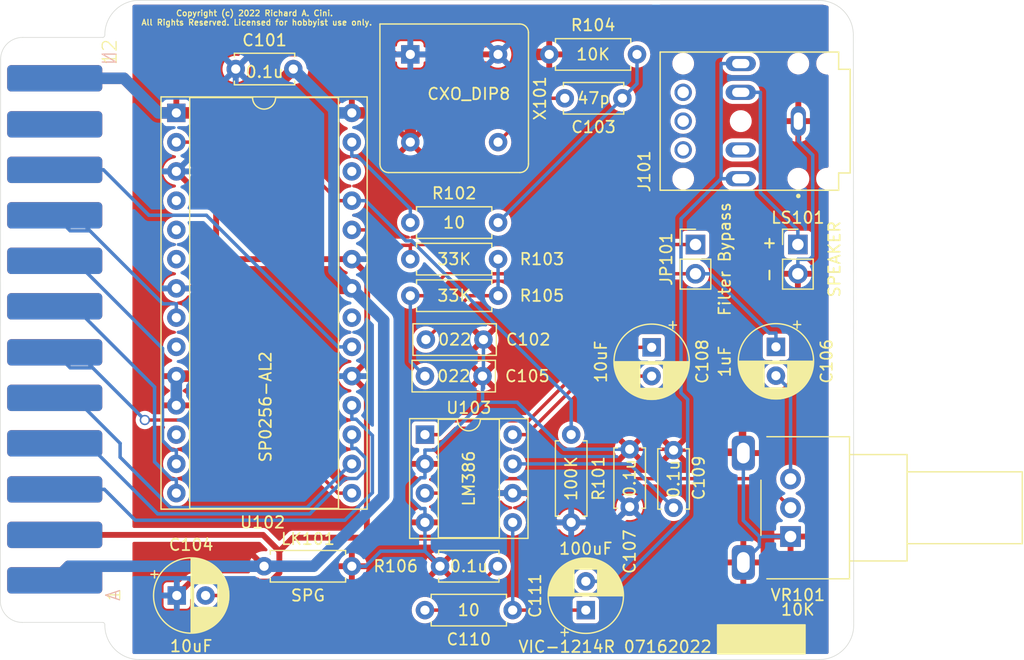
<source format=kicad_pcb>
(kicad_pcb (version 20211014) (generator pcbnew)
  (layers (0 "F.Cu" signal) (31 "B.Cu" signal) (34 "B.Paste" user) (35 "F.Paste" user) (36 "B.SilkS" user "B.Silkscreen") (37 "F.SilkS" user "F.Silkscreen") (38 "B.Mask" user) (39 "F.Mask" user) (44 "Edge.Cuts" user))
  (net 0 "")
  (net 1 "Net-(C102-Pad1)")
  (net 2 "GNDA")
  (net 3 "Net-(C103-Pad1)")
  (net 4 "Net-(C103-Pad2)")
  (net 5 "Net-(C105-Pad1)")
  (net 6 "Net-(C106-Pad2)")
  (net 7 "Net-(C108-Pad1)")
  (net 8 "Net-(C108-Pad2)")
  (net 9 "Net-(C109-Pad1)")
  (net 10 "Net-(C110-Pad1)")
  (net 11 "Net-(C111-Pad1)")
  (net 12 "Net-(C111-Pad2)")
  (net 13 "Net-(JP101-Pad1)")
  (net 14 "Net-(R101-Pad1)")
  (net 15 "Net-(R102-Pad2)")
  (net 24 "GND")
  (net 27 "PB0")
  (net 28 "PB1")
  (net 29 "PB2")
  (net 30 "PB3")
  (net 31 "PB4")
  (net 32 "PB5")
  (net 33 "PB6")
  (net 34 "PB7")
  (net 43 "Net-(U103-Pad3)")
  (net 44 "VCC")
  (net 46 "Net-(J101-Pad10)")
  (footprint "Capacitor_THT:CP_Radial_D6.3mm_P2.50mm" (layer "F.Cu") (at 114.935 101.64 -90)
    (fp_text reference "C108" (at 1.23 -4.4 90) (layer "F.SilkS"))
    (fp_text value "10uF" (at 1.25 4.4 90) (layer "F.SilkS"))
    (pad "1" thru_hole rect (at 0 0 270) (size 1.6 1.6) (drill 0.8) (layers *.Cu *.Mask) (net 7 "Net-(C108-Pad1)"))
    (pad "2" thru_hole circle (at 2.5 0 270) (size 1.6 1.6) (drill 0.8) (layers *.Cu *.Mask) (net 8 "Net-(C108-Pad2)"))
  )
  (footprint "Capacitor_THT:CP_Radial_D6.3mm_P2.50mm" (layer "F.Cu") (at 109.22 124.46 90)
    (fp_text reference "C111" (at 1.25 -4.4 90) (layer "F.SilkS"))
    (fp_text value "100uF" (at 5.334 0 180) (layer "F.SilkS"))
    (pad "1" thru_hole rect (at 0 0 90) (size 1.6 1.6) (drill 0.8) (layers *.Cu *.Mask) (net 11 "Net-(C111-Pad1)"))
    (pad "2" thru_hole circle (at 2.5 0 90) (size 1.6 1.6) (drill 0.8) (layers *.Cu *.Mask) (net 12 "Net-(C111-Pad2)"))
  )
  (footprint "Resistor_THT:R_Axial_DIN0207_L6.3mm_D2.5mm_P7.62mm_Horizontal" (layer "F.Cu") (at 113.665 76.2 180)
    (fp_text reference "R104" (at 3.81 2.54) (layer "F.SilkS"))
    (fp_text value "10K" (at 3.81 0) (layer "F.SilkS"))
    (pad "1" thru_hole circle (at 0 0 180) (size 1.6 1.6) (drill 0.8) (layers *.Cu *.Mask) (net 3 "Net-(C103-Pad1)"))
    (pad "2" thru_hole oval (at 7.62 0 180) (size 1.6 1.6) (drill 0.8) (layers *.Cu *.Mask) (net 24 "GND"))
  )
  (footprint "Package_DIP:DIP-28_W15.24mm_Socket" (layer "F.Cu") (at 73.66 81.28)
    (fp_text reference "U102" (at 7.493 35.56) (layer "F.SilkS"))
    (fp_text value "SP0256-AL2" (at 7.747 25.527 90) (layer "F.SilkS"))
    (pad "1" thru_hole rect (at 0 0) (size 1.6 1.6) (drill 0.8) (layers *.Cu *.Mask) (net 24 "GND"))
    (pad "2" thru_hole oval (at 0 2.54) (size 1.6 1.6) (drill 0.8) (layers *.Cu *.Mask) (net 14 "Net-(R101-Pad1)"))
    (pad "3" thru_hole oval (at 0 5.08) (size 1.6 1.6) (drill 0.8) (layers *.Cu *.Mask) (net 44 "VCC"))
    (pad "4" thru_hole oval (at 0 7.62) (size 1.6 1.6) (drill 0.8) (layers *.Cu *.Mask))
    (pad "5" thru_hole oval (at 0 10.16) (size 1.6 1.6) (drill 0.8) (layers *.Cu *.Mask))
    (pad "6" thru_hole oval (at 0 12.7) (size 1.6 1.6) (drill 0.8) (layers *.Cu *.Mask))
    (pad "7" thru_hole oval (at 0 15.24) (size 1.6 1.6) (drill 0.8) (layers *.Cu *.Mask) (net 44 "VCC"))
    (pad "8" thru_hole oval (at 0 17.78) (size 1.6 1.6) (drill 0.8) (layers *.Cu *.Mask) (net 33 "PB6"))
    (pad "9" thru_hole oval (at 0 20.32) (size 1.6 1.6) (drill 0.8) (layers *.Cu *.Mask))
    (pad "10" thru_hole oval (at 0 22.86) (size 1.6 1.6) (drill 0.8) (layers *.Cu *.Mask) (net 24 "GND"))
    (pad "11" thru_hole oval (at 0 25.4) (size 1.6 1.6) (drill 0.8) (layers *.Cu *.Mask) (net 24 "GND"))
    (pad "12" thru_hole oval (at 0 27.94) (size 1.6 1.6) (drill 0.8) (layers *.Cu *.Mask))
    (pad "13" thru_hole oval (at 0 30.48) (size 1.6 1.6) (drill 0.8) (layers *.Cu *.Mask) (net 32 "PB5"))
    (pad "14" thru_hole oval (at 0 33.02) (size 1.6 1.6) (drill 0.8) (layers *.Cu *.Mask) (net 31 "PB4"))
    (pad "15" thru_hole oval (at 15.24 33.02) (size 1.6 1.6) (drill 0.8) (layers *.Cu *.Mask) (net 30 "PB3"))
    (pad "16" thru_hole oval (at 15.24 30.48) (size 1.6 1.6) (drill 0.8) (layers *.Cu *.Mask) (net 29 "PB2"))
    (pad "17" thru_hole oval (at 15.24 27.94) (size 1.6 1.6) (drill 0.8) (layers *.Cu *.Mask) (net 28 "PB1"))
    (pad "18" thru_hole oval (at 15.24 25.4) (size 1.6 1.6) (drill 0.8) (layers *.Cu *.Mask) (net 27 "PB0"))
    (pad "19" thru_hole oval (at 15.24 22.86) (size 1.6 1.6) (drill 0.8) (layers *.Cu *.Mask) (net 44 "VCC"))
    (pad "20" thru_hole oval (at 15.24 20.32) (size 1.6 1.6) (drill 0.8) (layers *.Cu *.Mask) (net 34 "PB7"))
    (pad "21" thru_hole oval (at 15.24 17.78) (size 1.6 1.6) (drill 0.8) (layers *.Cu *.Mask))
    (pad "22" thru_hole oval (at 15.24 15.24) (size 1.6 1.6) (drill 0.8) (layers *.Cu *.Mask) (net 24 "GND"))
    (pad "23" thru_hole oval (at 15.24 12.7) (size 1.6 1.6) (drill 0.8) (layers *.Cu *.Mask) (net 44 "VCC"))
    (pad "24" thru_hole oval (at 15.24 10.16) (size 1.6 1.6) (drill 0.8) (layers *.Cu *.Mask) (net 13 "Net-(JP101-Pad1)"))
    (pad "25" thru_hole oval (at 15.24 7.62) (size 1.6 1.6) (drill 0.8) (layers *.Cu *.Mask) (net 14 "Net-(R101-Pad1)"))
    (pad "26" thru_hole oval (at 15.24 5.08) (size 1.6 1.6) (drill 0.8) (layers *.Cu *.Mask))
    (pad "27" thru_hole oval (at 15.24 2.54) (size 1.6 1.6) (drill 0.8) (layers *.Cu *.Mask) (net 15 "Net-(R102-Pad2)"))
    (pad "28" thru_hole oval (at 15.24 0) (size 1.6 1.6) (drill 0.8) (layers *.Cu *.Mask) (net 24 "GND"))
  )
  (footprint "Resistor_THT:R_Axial_DIN0207_L6.3mm_D2.5mm_P7.62mm_Horizontal" (layer "F.Cu") (at 107.95 109.22 -90)
    (fp_text reference "R101" (at 3.81 -2.37 90) (layer "F.SilkS"))
    (fp_text value "100K" (at 3.81 0 90) (layer "F.SilkS"))
    (pad "1" thru_hole circle (at 0 0 270) (size 1.6 1.6) (drill 0.8) (layers *.Cu *.Mask) (net 14 "Net-(R101-Pad1)"))
    (pad "2" thru_hole oval (at 7.62 0 270) (size 1.6 1.6) (drill 0.8) (layers *.Cu *.Mask) (net 44 "VCC"))
  )
  (footprint "CUI:CUI_SJ-3568N" (layer "F.Cu") (at 122.675 81.995 180)
    (fp_text reference "J101" (at 8.375 -4.365 270) (layer "F.SilkS") (effects (font (size 1.001268 1.001268))))
    (fp_text value "SJ-3568N")
    (pad "" np_thru_hole circle locked (at -7.5 -5 180) (size 1.2 1.2) (drill 1.2) (layers *.Cu *.Mask))
    (pad "" np_thru_hole circle locked (at 5 -5 180) (size 1.2 1.2) (drill 1.2) (layers *.Cu *.Mask))
    (pad "" np_thru_hole circle locked (at -7.5 5 180) (size 1.2 1.2) (drill 1.2) (layers *.Cu *.Mask))
    (pad "" np_thru_hole circle locked (at -5 -5 180) (size 1.2 1.2) (drill 1.2) (layers *.Cu *.Mask))
    (pad "" np_thru_hole circle locked (at -5 5 180) (size 1.2 1.2) (drill 1.2) (layers *.Cu *.Mask))
    (pad "" np_thru_hole circle locked (at 5 5 180) (size 1.2 1.2) (drill 1.2) (layers *.Cu *.Mask))
    (pad "" np_thru_hole circle locked (at 0 0 180) (size 1.2 1.2) (drill 1.2) (layers *.Cu *.Mask))
    (pad "1" thru_hole oval locked (at -5 0 180) (size 1.308 2.616) (drill oval 0.8 1.5) (layers *.Cu *.Mask) (net 2 "GNDA"))
    (pad "2" thru_hole oval locked (at 0 5 180) (size 2.616 1.308) (drill oval 1.5 0.8) (layers *.Cu *.Mask) (net 12 "Net-(C111-Pad2)"))
    (pad "3" thru_hole oval locked (at 0 -5 180) (size 2.616 1.308) (drill oval 1.5 0.8) (layers *.Cu *.Mask) (net 12 "Net-(C111-Pad2)"))
    (pad "4" thru_hole circle locked (at 5 -2.5 180) (size 1.508 1.508) (drill 1) (layers *.Cu *.Mask))
    (pad "5" thru_hole circle locked (at 5 0 180) (size 1.508 1.508) (drill 1) (layers *.Cu *.Mask))
    (pad "6" thru_hole circle locked (at 5 2.5 180) (size 1.508 1.508) (drill 1) (layers *.Cu *.Mask))
    (pad "10" thru_hole oval locked (at 0 2.5 180) (size 2.616 1.308) (drill oval 1.5 0.8) (layers *.Cu *.Mask) (net 46 "Net-(J101-Pad10)"))
    (pad "11" thru_hole oval locked (at 0 -2.5 180) (size 2.616 1.308) (drill oval 1.5 0.8) (layers *.Cu *.Mask))
  )
  (footprint "Capacitor_THT:C_Disc_D5.0mm_W2.5mm_P5.00mm" (layer "F.Cu") (at 116.84 115.57 90)
    (fp_text reference "C109" (at 2.5908 2.1844 90) (layer "F.SilkS"))
    (fp_text value "0.1u" (at 2.5 0 90) (layer "F.SilkS"))
    (pad "1" thru_hole circle (at 0 0 90) (size 1.6 1.6) (drill 0.8) (layers *.Cu *.Mask) (net 9 "Net-(C109-Pad1)"))
    (pad "2" thru_hole circle (at 5 0 90) (size 1.6 1.6) (drill 0.8) (layers *.Cu *.Mask) (net 2 "GNDA"))
  )
  (footprint "Package_DIP:DIP-8_W7.62mm_Socket" (layer "F.Cu") (at 95.25 109.22)
    (fp_text reference "U103" (at 3.81 -2.33) (layer "F.SilkS"))
    (fp_text value "LM386" (at 3.81 3.81 90) (layer "F.SilkS"))
    (pad "1" thru_hole rect (at 0 0) (size 1.6 1.6) (drill 0.8) (layers *.Cu *.Mask) (net 7 "Net-(C108-Pad1)"))
    (pad "2" thru_hole oval (at 0 2.54) (size 1.6 1.6) (drill 0.8) (layers *.Cu *.Mask) (net 2 "GNDA"))
    (pad "3" thru_hole oval (at 0 5.08) (size 1.6 1.6) (drill 0.8) (layers *.Cu *.Mask) (net 43 "Net-(U103-Pad3)"))
    (pad "4" thru_hole oval (at 0 7.62) (size 1.6 1.6) (drill 0.8) (layers *.Cu *.Mask) (net 2 "GNDA"))
    (pad "5" thru_hole oval (at 7.62 7.62) (size 1.6 1.6) (drill 0.8) (layers *.Cu *.Mask) (net 11 "Net-(C111-Pad1)"))
    (pad "6" thru_hole oval (at 7.62 5.08) (size 1.6 1.6) (drill 0.8) (layers *.Cu *.Mask) (net 44 "VCC"))
    (pad "7" thru_hole oval (at 7.62 2.54) (size 1.6 1.6) (drill 0.8) (layers *.Cu *.Mask) (net 9 "Net-(C109-Pad1)"))
    (pad "8" thru_hole oval (at 7.62 0) (size 1.6 1.6) (drill 0.8) (layers *.Cu *.Mask) (net 8 "Net-(C108-Pad2)"))
  )
  (footprint "Oscillator:Oscillator_DIP-8" (layer "F.Cu") (at 93.98 76.2 -90)
    (fp_text reference "X101" (at 3.81 -11.26 90) (layer "F.SilkS"))
    (fp_text value "CXO_DIP8" (at 3.435 -5.08 180) (layer "F.SilkS"))
    (pad "1" thru_hole rect (at 0 0 270) (size 1.6 1.6) (drill 0.8) (layers *.Cu *.Mask) (net 44 "VCC"))
    (pad "4" thru_hole circle (at 7.62 0 270) (size 1.6 1.6) (drill 0.8) (layers *.Cu *.Mask) (net 24 "GND"))
    (pad "5" thru_hole circle (at 7.62 -7.62 270) (size 1.6 1.6) (drill 0.8) (layers *.Cu *.Mask) (net 4 "Net-(C103-Pad2)"))
    (pad "8" thru_hole circle (at 0 -7.62 270) (size 1.6 1.6) (drill 0.8) (layers *.Cu *.Mask) (net 44 "VCC"))
  )
  (footprint "Resistor_THT:R_Axial_DIN0207_L6.3mm_D2.5mm_P7.62mm_Horizontal" (layer "F.Cu") (at 101.6 97.155 180)
    (fp_text reference "R105" (at -3.81 0) (layer "F.SilkS"))
    (fp_text value "33K" (at 3.81 0) (layer "F.SilkS"))
    (pad "1" thru_hole circle (at 0 0 180) (size 1.6 1.6) (drill 0.8) (layers *.Cu *.Mask) (net 1 "Net-(C102-Pad1)"))
    (pad "2" thru_hole oval (at 7.62 0 180) (size 1.6 1.6) (drill 0.8) (layers *.Cu *.Mask) (net 5 "Net-(C105-Pad1)"))
  )
  (footprint "Potentiometer_THT:Potentiometer_Alps_RK09L_Single_Horizontal" (layer "F.Cu") (at 127 118.07 180)
    (fp_text reference "VR101" (at -0.635 -5.08) (layer "F.SilkS"))
    (fp_text value "10K" (at -0.635 -6.35) (layer "F.SilkS"))
    (pad "1" thru_hole rect (at 0 0) (size 1.8 1.8) (drill 1) (layers *.Cu *.Mask) (net 2 "GNDA"))
    (pad "2" thru_hole circle (at 0 2.5) (size 1.8 1.8) (drill 1) (layers *.Cu *.Mask) (net 43 "Net-(U103-Pad3)"))
    (pad "3" thru_hole circle (at 0 5) (size 1.8 1.8) (drill 1) (layers *.Cu *.Mask) (net 6 "Net-(C106-Pad2)"))
    (pad "MP" thru_hole roundrect (at 4.1 7.25 90) (size 3 2) (drill oval 1.8 1.1) (layers *.Cu *.Mask) (net 2 "GNDA"))
    (pad "MP" thru_hole roundrect (at 4.1 -2.25 90) (size 3 2) (drill oval 1.8 1.1) (layers *.Cu *.Mask) (net 2 "GNDA"))
  )
  (footprint "Capacitor_THT:C_Disc_D5.0mm_W2.5mm_P5.00mm" (layer "F.Cu") (at 112.395 80.01 180)
    (fp_text reference "C103" (at 2.5 -2.5) (layer "F.SilkS"))
    (fp_text value "47p" (at 2.5 0) (layer "F.SilkS"))
    (pad "1" thru_hole circle (at 0 0 180) (size 1.6 1.6) (drill 0.8) (layers *.Cu *.Mask) (net 3 "Net-(C103-Pad1)"))
    (pad "2" thru_hole circle (at 5 0 180) (size 1.6 1.6) (drill 0.8) (layers *.Cu *.Mask) (net 4 "Net-(C103-Pad2)"))
  )
  (footprint "Capacitor_THT:C_Disc_D5.0mm_W2.5mm_P5.00mm" (layer "F.Cu") (at 113.03 115.49 90)
    (fp_text reference "C107" (at -3.89 0 90) (layer "F.SilkS"))
    (fp_text value "0.1u" (at 2.5 0 90) (layer "F.SilkS"))
    (pad "1" thru_hole circle (at 0 0 90) (size 1.6 1.6) (drill 0.8) (layers *.Cu *.Mask) (net 44 "VCC"))
    (pad "2" thru_hole circle (at 5 0 90) (size 1.6 1.6) (drill 0.8) (layers *.Cu *.Mask) (net 2 "GNDA"))
  )
  (footprint "Connector_PinHeader_2.54mm:PinHeader_1x02_P2.54mm_Vertical" (layer "F.Cu") (at 127.635 92.71)
    (fp_text reference "LS101" (at 0 -2.33) (layer "F.SilkS"))
    (fp_text value "SPEAKER" (at 3.175 1.27 90) (layer "F.SilkS"))
    (pad "1" thru_hole rect (at 0 0) (size 1.7 1.7) (drill 1) (layers *.Cu *.Mask) (net 46 "Net-(J101-Pad10)"))
    (pad "2" thru_hole oval (at 0 2.54) (size 1.7 1.7) (drill 1) (layers *.Cu *.Mask) (net 2 "GNDA"))
  )
  (footprint "Resistor_THT:R_Axial_DIN0207_L6.3mm_D2.5mm_P7.62mm_Horizontal" (layer "F.Cu") (at 101.6 90.805 180)
    (fp_text reference "R102" (at 3.81 2.54) (layer "F.SilkS"))
    (fp_text value "10" (at 3.81 0) (layer "F.SilkS"))
    (pad "1" thru_hole circle (at 0 0 180) (size 1.6 1.6) (drill 0.8) (layers *.Cu *.Mask) (net 3 "Net-(C103-Pad1)"))
    (pad "2" thru_hole oval (at 7.62 0 180) (size 1.6 1.6) (drill 0.8) (layers *.Cu *.Mask) (net 15 "Net-(R102-Pad2)"))
  )
  (footprint "RAC_Custom:MA156-12-2-Peripheral" (layer "F.Cu") (at 63.5 100.076 -90)
    (fp_text reference "U101" hide)
    (fp_text value "MA156-12-2" hide)
    (fp_text user "N" (at -24.257 -5.08 -90) (layer "B.SilkS") (effects (font (size 1.2065 1.2065) (thickness 0.1016)) (justify left bottom mirror)))
    (fp_text user "A" (at 22.5044 -5.3848 -90) (layer "B.SilkS") (effects (font (size 1.2065 1.2065) (thickness 0.1016)) (justify left bottom mirror)))
    (fp_text user "12" (at -22.86 -5.08 -90) (layer "F.SilkS") (effects (font (size 1.2065 1.2065) (thickness 0.1016)) (justify left bottom)))
    (fp_text user "1" (at 23.7 -5.4 -90) (layer "F.SilkS") (effects (font (size 1.2065 1.2065) (thickness 0.1016)) (justify left bottom)))
    (fp_line (start 23.545 5.127962) (end -23.445 5.0975) (layer "Edge.Cuts") (width 0.05))
    (fp_line (start -25.35 3.1925) (end -25.35 -3.7925) (layer "Edge.Cuts") (width 0.05))
    (fp_line (start 25.45 3.222962) (end 25.45 -3.7925) (layer "Edge.Cuts") (width 0.05))
    (fp_arc (start -25.575 -3.95) (mid -25.433007 -3.913383) (end -25.35 -3.7925) (layer "Edge.Cuts") (width 0.05))
    (fp_arc (start 25.45 3.222962) (mid 24.892038 4.569999) (end 23.545 5.127962) (layer "Edge.Cuts") (width 0.05))
    (fp_arc (start -23.445 5.0975) (mid -24.792038 4.539538) (end -25.35 3.1925) (layer "Edge.Cuts") (width 0.05))
    (fp_arc (start 25.45 -3.7925) (mid 25.533011 -3.913375) (end 25.675 -3.95) (layer "Edge.Cuts") (width 0.05))
    (pad "1" smd roundrect (at 21.8 0.4 90) (size 2.286 8.255) (layers "F.Cu" "F.Paste" "F.Mask") (roundrect_rratio 0.15) (net 24 "GND"))
    (pad "2" smd roundrect (at 17.85 0.4 90) (size 2.286 8.255) (layers "F.Cu" "F.Paste" "F.Mask") (roundrect_rratio 0.15) (net 44 "VCC"))
    (pad "3" smd roundrect (at 13.9 0.4 90) (size 2.286 8.255) (layers "F.Cu" "F.Paste" "F.Mask") (roundrect_rratio 0.15))
    (pad "4" smd roundrect (at 9.9 0.4 90) (size 2.286 8.255) (layers "F.Cu" "F.Paste" "F.Mask") (roundrect_rratio 0.15))
    (pad "5" smd roundrect (at 5.95 0.4 90) (size 2.286 8.255) (layers "F.Cu" "F.Paste" "F.Mask") (roundrect_rratio 0.15))
    (pad "6" smd roundrect (at 2 0.4 90) (size 2.286 8.255) (layers "F.Cu" "F.Paste" "F.Mask") (roundrect_rratio 0.15))
    (pad "7" smd roundrect (at -2 0.4 90) (size 2.286 8.255) (layers "F.Cu" "F.Paste" "F.Mask") (roundrect_rratio 0.15))
    (pad "8" smd roundrect (at -5.95 0.4 90) (size 2.286 8.255) (layers "F.Cu" "F.Paste" "F.Mask") (roundrect_rratio 0.15))
    (pad "9" smd roundrect (at -9.9 0.4 90) (size 2.286 8.255) (layers "F.Cu" "F.Paste" "F.Mask") (roundrect_rratio 0.15))
    (pad "10" smd roundrect (at -13.85 0.4 90) (size 2.286 8.255) (layers "F.Cu" "F.Paste" "F.Mask") (roundrect_rratio 0.15))
    (pad "11" smd roundrect (at -17.8 0.4 90) (size 2.286 8.255) (layers "F.Cu" "F.Paste" "F.Mask") (roundrect_rratio 0.15))
    (pad "12" smd roundrect (at -21.8 0.4 90) (size 2.286 8.255) (layers "F.Cu" "F.Paste" "F.Mask") (roundrect_rratio 0.15) (net 24 "GND"))
    (pad "A" smd roundrect (at 21.8 0.4 90) (size 2.286 8.255) (layers "B.Cu" "B.Paste" "B.Mask") (roundrect_rratio 0.15) (net 24 "GND"))
    (pad "B" smd roundrect (at 17.85 0.4 90) (size 2.286 8.255) (layers "B.Cu" "B.Paste" "B.Mask") (roundrect_rratio 0.15))
    (pad "C" smd roundrect (at 13.9 0.4 90) (size 2.286 8.255) (layers "B.Cu" "B.Paste" "B.Mask") (roundrect_rratio 0.15) (net 27 "PB0"))
    (pad "D" smd roundrect (at 9.9 0.4 90) (size 2.286 8.255) (layers "B.Cu" "B.Paste" "B.Mask") (roundrect_rratio 0.15) (net 28 "PB1"))
    (pad "E" smd roundrect (at 5.95 0.4 90) (size 2.286 8.255) (layers "B.Cu" "B.Paste" "B.Mask") (roundrect_rratio 0.15) (net 29 "PB2"))
    (pad "F" smd roundrect (at 2 0.4 90) (size 2.286 8.255) (layers "B.Cu" "B.Paste" "B.Mask") (roundrect_rratio 0.15) (net 30 "PB3"))
    (pad "H" smd roundrect (at -2 0.4 90) (size 2.286 8.255) (layers "B.Cu" "B.Paste" "B.Mask") (roundrect_rratio 0.15) (net 31 "PB4"))
    (pad "J" smd roundrect (at -5.95 0.4 90) (size 2.286 8.255) (layers "B.Cu" "B.Paste" "B.Mask") (roundrect_rratio 0.15) (net 32 "PB5"))
    (pad "K" smd roundrect (at -9.9 0.4 90) (size 2.286 8.255) (layers "B.Cu" "B.Paste" "B.Mask") (roundrect_rratio 0.15) (net 33 "PB6"))
    (pad "L" smd roundrect (at -13.85 0.4 90) (size 2.286 8.255) (layers "B.Cu" "B.Paste" "B.Mask") (roundrect_rratio 0.15) (net 34 "PB7"))
    (pad "M" smd roundrect (at -17.8 0.4 90) (size 2.286 8.255) (layers "B.Cu" "B.Paste" "B.Mask") (roundrect_rratio 0.15))
    (pad "N" smd roundrect (at -21.8 0.4 90) (size 2.286 8.255) (layers "B.Cu" "B.Paste" "B.Mask") (roundrect_rratio 0.15) (net 24 "GND"))
  )
  (footprint "Capacitor_THT:C_Disc_D5.0mm_W2.5mm_P5.00mm" (layer "F.Cu") (at 78.82 77.47)
    (fp_text reference "C101" (at 2.5 -2.5) (layer "F.SilkS"))
    (fp_text value "0.1u" (at 2.5 0.254) (layer "F.SilkS"))
    (pad "1" thru_hole circle (at 0 0) (size 1.6 1.6) (drill 0.8) (layers *.Cu *.Mask) (net 44 "VCC"))
    (pad "2" thru_hole circle (at 5 0) (size 1.6 1.6) (drill 0.8) (layers *.Cu *.Mask) (net 24 "GND"))
  )
  (footprint "Connector_PinHeader_2.54mm:PinHeader_1x02_P2.54mm_Vertical" (layer "F.Cu") (at 118.745 92.71)
    (fp_text reference "JP101" (at -2.54 1.27 90) (layer "F.SilkS"))
    (fp_text value "Filter Bypass" (at 2.54 1.27 90) (layer "F.SilkS"))
    (pad "1" thru_hole rect (at 0 0) (size 1.7 1.7) (drill 1) (layers *.Cu *.Mask) (net 13 "Net-(JP101-Pad1)"))
    (pad "2" thru_hole oval (at 0 2.54) (size 1.7 1.7) (drill 1) (layers *.Cu *.Mask) (net 5 "Net-(C105-Pad1)"))
  )
  (footprint "Capacitor_THT:CP_Radial_D6.3mm_P2.50mm" (layer "F.Cu") (at 125.73 101.6 -90)
    (fp_text reference "C106" (at 1.25 -4.4 90) (layer "F.SilkS"))
    (fp_text value "1uF" (at 1.27 4.445 90) (layer "F.SilkS"))
    (pad "1" thru_hole rect (at 0 0 270) (size 1.6 1.6) (drill 0.8) (layers *.Cu *.Mask) (net 5 "Net-(C105-Pad1)"))
    (pad "2" thru_hole circle (at 2.5 0 270) (size 1.6 1.6) (drill 0.8) (layers *.Cu *.Mask) (net 6 "Net-(C106-Pad2)"))
  )
  (footprint "Capacitor_THT:C_Disc_D7.0mm_W2.5mm_P5.00mm" (layer "F.Cu") (at 95.33 100.965)
    (fp_text reference "C102" (at 8.89 0) (layer "F.SilkS"))
    (fp_text value "022" (at 2.5 0) (layer "F.SilkS"))
    (pad "1" thru_hole circle (at 0 0) (size 1.6 1.6) (drill 0.8) (layers *.Cu *.Mask) (net 1 "Net-(C102-Pad1)"))
    (pad "2" thru_hole circle (at 5 0) (size 1.6 1.6) (drill 0.8) (layers *.Cu *.Mask) (net 2 "GNDA"))
  )
  (footprint "Capacitor_THT:CP_Radial_D6.3mm_P2.50mm" (layer "F.Cu") (at 73.7 123.19)
    (fp_text reference "C104" (at 1.25 -4.4) (layer "F.SilkS"))
    (fp_text value "10uF" (at 1.25 4.4) (layer "F.SilkS"))
    (pad "1" thru_hole rect (at 0 0) (size 1.6 1.6) (drill 0.8) (layers *.Cu *.Mask) (net 44 "VCC"))
    (pad "2" thru_hole circle (at 2.5 0) (size 1.6 1.6) (drill 0.8) (layers *.Cu *.Mask) (net 2 "GNDA"))
  )
  (footprint "Capacitor_THT:C_Disc_D7.0mm_W2.5mm_P5.00mm" (layer "F.Cu") (at 95.25 104.14)
    (fp_text reference "C105" (at 8.89 0) (layer "F.SilkS"))
    (fp_text value "022" (at 2.5 0) (layer "F.SilkS"))
    (pad "1" thru_hole circle (at 0 0) (size 1.6 1.6) (drill 0.8) (layers *.Cu *.Mask) (net 5 "Net-(C105-Pad1)"))
    (pad "2" thru_hole circle (at 5 0) (size 1.6 1.6) (drill 0.8) (layers *.Cu *.Mask) (net 2 "GNDA"))
  )
  (footprint "Resistor_THT:R_Axial_DIN0207_L6.3mm_D2.5mm_P7.62mm_Horizontal" (layer "F.Cu") (at 95.25 124.46)
    (fp_text reference "R106" (at -2.54 -3.81) (layer "F.SilkS"))
    (fp_text value "10" (at 3.81 0) (layer "F.SilkS"))
    (pad "1" thru_hole circle (at 0 0) (size 1.6 1.6) (drill 0.8) (layers *.Cu *.Mask) (net 10 "Net-(C110-Pad1)"))
    (pad "2" thru_hole oval (at 7.62 0) (size 1.6 1.6) (drill 0.8) (layers *.Cu *.Mask) (net 11 "Net-(C111-Pad1)"))
  )
  (footprint "Resistor_THT:R_Axial_DIN0207_L6.3mm_D2.5mm_P7.62mm_Horizontal" (layer "F.Cu") (at 81.28 120.65)
    (fp_text reference "LK101" (at 3.81 -2.37) (layer "F.SilkS"))
    (fp_text value "Link")
    (pad "1" thru_hole circle (at 0 0) (size 1.6 1.6) (drill 0.8) (layers *.Cu *.Mask) (net 24 "GND"))
    (pad "2" thru_hole oval (at 7.62 0) (size 1.6 1.6) (drill 0.8) (layers *.Cu *.Mask) (net 2 "GNDA"))
  )
  (footprint "Capacitor_THT:C_Disc_D5.0mm_W2.5mm_P5.00mm" (layer "F.Cu") (at 101.56 120.65 180)
    (fp_text reference "C110" (at 2.5 -6.35) (layer "F.SilkS"))
    (fp_text value "0.1u" (at 2.5 0) (layer "F.SilkS"))
    (pad "1" thru_hole circle (at 0 0 180) (size 1.6 1.6) (drill 0.8) (layers *.Cu *.Mask) (net 10 "Net-(C110-Pad1)"))
    (pad "2" thru_hole circle (at 5 0 180) (size 1.6 1.6) (drill 0.8) (layers *.Cu *.Mask) (net 2 "GNDA"))
  )
  (footprint "Resistor_THT:R_Axial_DIN0207_L6.3mm_D2.5mm_P7.62mm_Horizontal" (layer "F.Cu") (at 93.98 93.98)
    (fp_text reference "R103" (at 11.43 0) (layer "F.SilkS"))
    (fp_text value "33K" (at 3.81 0) (layer "F.SilkS"))
    (pad "1" thru_hole circle (at 0 0) (size 1.6 1.6) (drill 0.8) (layers *.Cu *.Mask) (net 13 "Net-(JP101-Pad1)"))
    (pad "2" thru_hole oval (at 7.62 0) (size 1.6 1.6) (drill 0.8) (layers *.Cu *.Mask) (net 1 "Net-(C102-Pad1)"))
  )
  (gr_poly (pts (xy 128.27 128.27) (xy 120.65 128.27) (xy 120.65 125.73) (xy 128.27 125.73)) (layer "F.SilkS") (width 0.1) (fill solid))
  (gr_line (start 132.45068 74.51132) (end 132.4864 125.7526) (layer "Edge.Cuts") (width 0.0508))
  (gr_arc (start 70.45 128.751) (mid 68.32868 127.87232) (end 67.45 125.751) (layer "Edge.Cuts") (width 0.0508))
  (gr_arc (start 129.45068 71.51132) (mid 131.572 72.39) (end 132.45068 74.51132) (layer "Edge.Cuts") (width 0.0508))
  (gr_arc (start 132.4864 125.7526) (mid 131.60772 127.87392) (end 129.4864 128.7526) (layer "Edge.Cuts") (width 0.0508))
  (gr_line (start 129.4864 128.7526) (end 70.45 128.751) (layer "Edge.Cuts") (width 0.0508))
  (gr_arc (start 67.45 74.501) (mid 68.32868 72.37968) (end 70.45 71.501) (layer "Edge.Cuts") (width 0.0508))
  (gr_line (start 70.45 71.501) (end 129.45068 71.51132) (layer "Edge.Cuts") (width 0.0508))
  (gr_text "VIC-1214R 07162022" (at 111.76 127.635) (layer "F.SilkS") (effects (font (size 1 1))))
  (gr_text "-  +" (at 125.095 93.98 90) (layer "F.SilkS") (effects (font (size 1 1) (thickness 0.17))))
  (gr_text "SPG" (at 85.09 123.19) (layer "F.SilkS") (effects (font (size 1 1))))
  (gr_text "Copyright (c) 2022 Richard A. Cini. \nAll Rights Reserved. Licensed for hobbyist use only.\n" (at 80.645 73.025) (layer "F.SilkS") (effects (font (size 0.5 0.5) (thickness 0.1))))
  (segment (start 95.33 100.965) (end 99.14 97.155) (width 0.3) (layer "F.Cu") (net 1))
  (segment (start 99.14 97.155) (end 101.6 97.155) (width 0.3) (layer "F.Cu") (net 1))
  (segment (start 101.6 93.98) (end 101.6 97.155) (width 0.3) (layer "B.Cu") (net 1))
  (segment (start 122.65 107.798) (end 122.65 110.57) (width 0.3) (layer "F.Cu") (net 2))
  (segment (start 127.635 96.5003) (end 122.65 101.485) (width 0.3) (layer "F.Cu") (net 2))
  (segment (start 122.65 101.485) (end 122.65 107.798) (width 0.3) (layer "F.Cu") (net 2))
  (segment (start 122.65 110.57) (end 116.84 110.57) (width 0.3) (layer "F.Cu") (net 2))
  (segment (start 127.635 95.25) (end 127.635 96.5003) (width 0.3) (layer "F.Cu") (net 2))
  (segment (start 88.9 120.65) (end 87.6997 120.65) (width 0.3) (layer "F.Cu") (net 2))
  (segment (start 122.9 108.048) (end 122.9 110.82) (width 0.3) (layer "F.Cu") (net 2))
  (segment (start 116.76 110.49) (end 116.84 110.57) (width 0.3) (layer "F.Cu") (net 2))
  (segment (start 87.6997 120.65) (end 85.1597 123.19) (width 0.3) (layer "F.Cu") (net 2))
  (segment (start 85.1597 123.19) (end 76.2 123.19) (width 0.3) (layer "F.Cu") (net 2))
  (segment (start 113.03 110.49) (end 116.76 110.49) (width 0.3) (layer "F.Cu") (net 2))
  (segment (start 122.65 107.798) (end 122.9 108.048) (width 0.3) (layer "F.Cu") (net 2))
  (segment (start 96.0988 110.56) (end 95.25 110.56) (width 0.3) (layer "B.Cu") (net 2))
  (segment (start 107.338 110.49) (end 113.03 110.49) (width 0.3) (layer "B.Cu") (net 2))
  (segment (start 96.56 120.65) (end 95.25 119.34) (width 0.3) (layer "B.Cu") (net 2))
  (segment (start 128.925 93.7257) (end 128.651 93.9997) (width 0.3) (layer "B.Cu") (net 2))
  (segment (start 103.257 106.408) (end 107.338 110.49) (width 0.3) (layer "B.Cu") (net 2))
  (segment (start 94.0496 114.814) (end 94.0496 113.788) (width 0.3) (layer "B.Cu") (net 2))
  (segment (start 95.25 116.84) (end 95.25 115.64) (width 0.3) (layer "B.Cu") (net 2))
  (segment (start 100.25 105.274) (end 100.33 105.194) (width 0.3) (layer "B.Cu") (net 2))
  (segment (start 95.25 115.64) (end 94.8749 115.64) (width 0.3) (layer "B.Cu") (net 2))
  (segment (start 128.651 93.9997) (end 127.635 93.9997) (width 0.3) (layer "B.Cu") (net 2))
  (segment (start 90.1003 120.65) (end 88.9 120.65) (width 0.3) (layer "B.Cu") (net 2))
  (segment (start 95.25 112.96) (end 95.25 111.76) (width 0.3) (layer "B.Cu") (net 2))
  (segment (start 95.25 119.34) (end 91.4103 119.34) (width 0.3) (layer "B.Cu") (net 2))
  (segment (start 100.25 106.408) (end 103.257 106.408) (width 0.3) (layer "B.Cu") (net 2))
  (segment (start 94.0496 113.788) (end 94.8769 112.96) (width 0.3) (layer "B.Cu") (net 2))
  (segment (start 95.25 110.56) (end 95.25 111.76) (width 0.3) (layer "B.Cu") (net 2))
  (segment (start 127.675 81.995) (end 127.675 83.7033) (width 0.3) (layer "B.Cu") (net 2))
  (segment (start 124.29 118.93) (end 122.9 120.32) (width 0.3) (layer "B.Cu") (net 2))
  (segment (start 100.25 104.14) (end 100.25 105.274) (width 0.3) (layer "B.Cu") (net 2))
  (segment (start 127.675 83.7033) (end 128.925 84.9532) (width 0.3) (layer "B.Cu") (net 2))
  (segment (start 100.25 106.408) (end 96.0988 110.56) (width 0.3) (layer "B.Cu") (net 2))
  (segment (start 124.29 118.07) (end 127 118.07) (width 0.3) (layer "B.Cu") (net 2))
  (segment (start 94.8769 112.96) (end 95.25 112.96) (width 0.3) (layer "B.Cu") (net 2))
  (segment (start 122.9 116.68) (end 122.9 110.82) (width 0.3) (layer "B.Cu") (net 2))
  (segment (start 124.29 118.07) (end 122.9 116.68) (width 0.3) (layer "B.Cu") (net 2))
  (segment (start 100.25 105.274) (end 100.25 106.408) (width 0.3) (layer "B.Cu") (net 2))
  (segment (start 127.635 93.9997) (end 127.635 95.25) (width 0.3) (layer "B.Cu") (net 2))
  (segment (start 94.8749 115.64) (end 94.0496 114.814) (width 0.3) (layer "B.Cu") (net 2))
  (segment (start 128.925 84.9532) (end 128.925 93.7257) (width 0.3) (layer "B.Cu") (net 2))
  (segment (start 100.33 105.194) (end 100.33 100.965) (width 0.3) (layer "B.Cu") (net 2))
  (segment (start 91.4103 119.34) (end 90.1003 120.65) (width 0.3) (layer "B.Cu") (net 2))
  (segment (start 95.25 119.34) (end 95.25 116.84) (width 0.3) (layer "B.Cu") (net 2))
  (segment (start 124.29 118.07) (end 124.29 118.93) (width 0.3) (layer "B.Cu") (net 2))
  (segment (start 101.6 90.805) (end 112.395 80.01) (width 0.3) (layer "B.Cu") (net 3))
  (segment (start 112.395 80.01) (end 113.665 78.74) (width 0.3) (layer "B.Cu") (net 3))
  (segment (start 113.665 78.74) (end 113.665 76.2) (width 0.3) (layer "B.Cu") (net 3))
  (segment (start 107.395 80.01) (end 105.41 80.01) (width 0.3) (layer "F.Cu") (net 4))
  (segment (start 105.41 80.01) (end 101.6 83.82) (width 0.3) (layer "F.Cu") (net 4))
  (segment (start 95.1803 97.155) (end 97.0853 95.25) (width 0.3) (layer "F.Cu") (net 5))
  (segment (start 93.98 97.155) (end 95.1803 97.155) (width 0.3) (layer "F.Cu") (net 5))
  (segment (start 97.0853 95.25) (end 118.745 95.25) (width 0.3) (layer "F.Cu") (net 5))
  (segment (start 95.25 104.14) (end 93.98 102.87) (width 0.3) (layer "B.Cu") (net 5))
  (segment (start 125.73 101.6) (end 125.73 100.4) (width 0.3) (layer "B.Cu") (net 5))
  (segment (start 125.145 100.4) (end 119.995 95.25) (width 0.3) (layer "B.Cu") (net 5))
  (segment (start 125.73 100.4) (end 125.145 100.4) (width 0.3) (layer "B.Cu") (net 5))
  (segment (start 119.995 95.25) (end 118.745 95.25) (width 0.3) (layer "B.Cu") (net 5))
  (segment (start 93.98 102.87) (end 93.98 97.155) (width 0.3) (layer "B.Cu") (net 5))
  (segment (start 127 105.37) (end 127 113.07) (width 0.3) (layer "B.Cu") (net 6))
  (segment (start 125.73 104.1) (end 127 105.37) (width 0.3) (layer "B.Cu") (net 6))
  (segment (start 104.232 108.02) (end 110.611 101.64) (width 0.3) (layer "F.Cu") (net 7))
  (segment (start 96.4503 109.22) (end 97.6506 108.02) (width 0.3) (layer "F.Cu") (net 7))
  (segment (start 110.611 101.64) (end 114.935 101.64) (width 0.3) (layer "F.Cu") (net 7))
  (segment (start 95.25 109.22) (end 96.4503 109.22) (width 0.3) (layer "F.Cu") (net 7))
  (segment (start 97.6506 108.02) (end 104.232 108.02) (width 0.3) (layer "F.Cu") (net 7))
  (segment (start 102.87 109.22) (end 104.07 109.22) (width 0.3) (layer "F.Cu") (net 8))
  (segment (start 109.15 104.14) (end 114.935 104.14) (width 0.3) (layer "F.Cu") (net 8))
  (segment (start 104.07 109.22) (end 109.15 104.14) (width 0.3) (layer "F.Cu") (net 8))
  (segment (start 102.87 111.76) (end 113.03 111.76) (width 0.3) (layer "B.Cu") (net 9))
  (segment (start 113.03 111.76) (end 116.84 115.57) (width 0.3) (layer "B.Cu") (net 9))
  (segment (start 97.75 124.46) (end 95.25 124.46) (width 0.3) (layer "F.Cu") (net 10))
  (segment (start 101.56 120.65) (end 97.75 124.46) (width 0.3) (layer "F.Cu") (net 10))
  (segment (start 102.87 124.46) (end 109.22 124.46) (width 0.3) (layer "F.Cu") (net 11))
  (segment (start 102.87 116.84) (end 102.87 124.46) (width 0.3) (layer "B.Cu") (net 11))
  (segment (start 118.065 116.126) (end 112.232 121.96) (width 0.3) (layer "B.Cu") (net 12))
  (segment (start 117.487 105.588) (end 118.065 106.166) (width 0.3) (layer "B.Cu") (net 12))
  (segment (start 122.675 76.995) (end 120.967 76.995) (width 0.3) (layer "B.Cu") (net 12))
  (segment (start 112.232 121.96) (end 109.22 121.96) (width 0.3) (layer "B.Cu") (net 12))
  (segment (start 117.487 90.4746) (end 117.487 105.588) (width 0.3) (layer "B.Cu") (net 12))
  (segment (start 120.967 86.995) (end 117.487 90.4746) (width 0.3) (layer "B.Cu") (net 12))
  (segment (start 118.065 106.166) (end 118.065 116.126) (width 0.3) (layer "B.Cu") (net 12))
  (segment (start 120.967 76.995) (end 120.967 86.995) (width 0.3) (layer "B.Cu") (net 12))
  (segment (start 120.967 86.995) (end 122.675 86.995) (width 0.3) (layer "B.Cu") (net 12))
  (segment (start 91.4399 92.7796) (end 90.1003 91.44) (width 0.3) (layer "F.Cu") (net 13))
  (segment (start 90.1003 91.44) (end 88.9 91.44) (width 0.3) (layer "F.Cu") (net 13))
  (segment (start 118.745 92.71) (end 94.0496 92.71) (width 0.3) (layer "F.Cu") (net 13))
  (segment (start 93.98 92.7796) (end 93.98 93.98) (width 0.3) (layer "F.Cu") (net 13))
  (segment (start 94.0496 92.71) (end 93.98 92.7796) (width 0.3) (layer "F.Cu") (net 13))
  (segment (start 93.98 92.7796) (end 91.4399 92.7796) (width 0.3) (layer "F.Cu") (net 13))
  (segment (start 82.6197 83.82) (end 73.66 83.82) (width 0.3) (layer "F.Cu") (net 14))
  (segment (start 87.6997 88.9) (end 82.6197 83.82) (width 0.3) (layer "F.Cu") (net 14))
  (segment (start 88.9 88.9) (end 87.6997 88.9) (width 0.3) (layer "F.Cu") (net 14))
  (segment (start 94.1065 92.3925) (end 107.95 106.236) (width 0.3) (layer "B.Cu") (net 14))
  (segment (start 90.1003 88.9) (end 93.5928 92.3925) (width 0.3) (layer "B.Cu") (net 14))
  (segment (start 88.9 88.9) (end 90.1003 88.9) (width 0.3) (layer "B.Cu") (net 14))
  (segment (start 93.5928 92.3925) (end 94.1065 92.3925) (width 0.3) (layer "B.Cu") (net 14))
  (segment (start 107.95 106.236) (end 107.95 109.22) (width 0.3) (layer "B.Cu") (net 14))
  (segment (start 89.3956 85.0203) (end 88.9 85.0203) (width 0.3) (layer "B.Cu") (net 15))
  (segment (start 93.98 89.6047) (end 89.3956 85.0203) (width 0.3) (layer "B.Cu") (net 15))
  (segment (start 88.9 85.0203) (end 88.9 83.82) (width 0.3) (layer "B.Cu") (net 15))
  (segment (start 93.98 90.805) (end 93.98 89.6047) (width 0.3) (layer "B.Cu") (net 15))
  (segment (start 64.326 120.65) (end 63.1 121.876) (width 1) (layer "F.Cu") (net 24))
  (segment (start 99.4147 81.28) (end 104.495 76.2) (width 1) (layer "F.Cu") (net 24))
  (segment (start 69.1057 78.276) (end 63.1 78.276) (width 1) (layer "F.Cu") (net 24))
  (segment (start 93.98 81.28) (end 99.4147 81.28) (width 1) (layer "F.Cu") (net 24))
  (segment (start 88.9 96.52) (end 87.3497 96.52) (width 1) (layer "F.Cu") (net 24))
  (segment (start 80.01 81.28) (end 73.66 81.28) (width 1) (layer "F.Cu") (net 24))
  (segment (start 83.82 77.47) (end 80.01 81.28) (width 1) (layer "F.Cu") (net 24))
  (segment (start 81.28 120.65) (end 64.326 120.65) (width 1) (layer "F.Cu") (net 24))
  (segment (start 104.495 76.2) (end 106.045 76.2) (width 1) (layer "F.Cu") (net 24))
  (segment (start 72.1097 81.28) (end 69.1057 78.276) (width 1) (layer "F.Cu") (net 24))
  (segment (start 93.98 83.82) (end 93.98 81.28) (width 1) (layer "F.Cu") (net 24))
  (segment (start 88.9 81.28) (end 93.98 81.28) (width 1) (layer "F.Cu") (net 24))
  (segment (start 79.7297 104.14) (end 73.66 104.14) (width 1) (layer "F.Cu") (net 24))
  (segment (start 87.3497 96.52) (end 79.7297 104.14) (width 1) (layer "F.Cu") (net 24))
  (segment (start 73.66 81.28) (end 72.1097 81.28) (width 1) (layer "F.Cu") (net 24))
  (segment (start 72.1097 81.28) (end 69.1057 78.276) (width 1) (layer "B.Cu") (net 24))
  (segment (start 87.3497 94.9697) (end 87.3497 81.28) (width 1) (layer "B.Cu") (net 24))
  (segment (start 88.9 96.52) (end 87.3497 94.9697) (width 1) (layer "B.Cu") (net 24))
  (segment (start 85.5736 120.65) (end 91.67 114.554) (width 1) (layer "B.Cu") (net 24))
  (segment (start 73.66 81.28) (end 72.1097 81.28) (width 1) (layer "B.Cu") (net 24))
  (segment (start 91.67 114.554) (end 91.67 99.29) (width 1) (layer "B.Cu") (net 24))
  (segment (start 73.66 106.68) (end 73.66 104.14) (width 1) (layer "B.Cu") (net 24))
  (segment (start 91.67 99.29) (end 88.9 96.52) (width 1) (layer "B.Cu") (net 24))
  (segment (start 63.1 121.876) (end 64.326 120.65) (width 1) (layer "B.Cu") (net 24))
  (segment (start 87.3497 80.9997) (end 87.3497 81.28) (width 1) (layer "B.Cu") (net 24))
  (segment (start 81.28 120.65) (end 85.5736 120.65) (width 1) (layer "B.Cu") (net 24))
  (segment (start 83.82 77.47) (end 87.3497 80.9997) (width 1) (layer "B.Cu") (net 24))
  (segment (start 64.326 120.65) (end 81.28 120.65) (width 1) (layer "B.Cu") (net 24))
  (segment (start 69.1057 78.276) (end 63.1 78.276) (width 1) (layer "B.Cu") (net 24))
  (segment (start 88.9 81.28) (end 87.3497 81.28) (width 1) (layer "B.Cu") (net 24))
  (segment (start 70.0893 116.65) (end 67.4152 113.976) (width 0.3) (layer "B.Cu") (net 27))
  (segment (start 67.4152 113.976) (end 63.1 113.976) (width 0.3) (layer "B.Cu") (net 27))
  (segment (start 88.9 107.88) (end 89.273 107.88) (width 0.3) (layer "B.Cu") (net 27))
  (segment (start 88.3002 116.65) (end 70.0893 116.65) (width 0.3) (layer "B.Cu") (net 27))
  (segment (start 90.6859 109.293) (end 90.6859 114.264) (width 0.3) (layer "B.Cu") (net 27))
  (segment (start 88.9 106.68) (end 88.9 107.88) (width 0.3) (layer "B.Cu") (net 27))
  (segment (start 90.6859 114.264) (end 88.3002 116.65) (width 0.3) (layer "B.Cu") (net 27))
  (segment (start 89.273 107.88) (end 90.6859 109.293) (width 0.3) (layer "B.Cu") (net 27))
  (segment (start 88.3198 113.03) (end 85.292 116.058) (width 0.3) (layer "B.Cu") (net 28))
  (segment (start 90.1355 111.283) (end 90.1355 112.24) (width 0.3) (layer "B.Cu") (net 28))
  (segment (start 89.3452 113.03) (end 88.3198 113.03) (width 0.3) (layer "B.Cu") (net 28))
  (segment (start 90.1355 112.24) (end 89.3452 113.03) (width 0.3) (layer "B.Cu") (net 28))
  (segment (start 85.2504 116.1) (end 72.0394 116.1) (width 0.3) (layer "B.Cu") (net 28))
  (segment (start 89.273 110.42) (end 90.1355 111.283) (width 0.3) (layer "B.Cu") (net 28))
  (segment (start 85.292 116.058) (end 85.2504 116.1) (width 0.3) (layer "B.Cu") (net 28))
  (segment (start 88.9 109.22) (end 88.9 110.42) (width 0.3) (layer "B.Cu") (net 28))
  (segment (start 72.0394 116.1) (end 65.9158 109.976) (width 0.3) (layer "B.Cu") (net 28))
  (segment (start 65.9158 109.976) (end 63.1 109.976) (width 0.3) (layer "B.Cu") (net 28))
  (segment (start 88.9 110.42) (end 89.273 110.42) (width 0.3) (layer "B.Cu") (net 28))
  (segment (start 88.8114 111.76) (end 85.0218 115.5496) (width 0.3) (layer "B.Cu") (net 29))
  (segment (start 73.1512 115.5496) (end 68.7787 111.1771) (width 0.3) (layer "B.Cu") (net 29))
  (segment (start 64.829 106.026) (end 63.1 106.026) (width 0.3) (layer "B.Cu") (net 29))
  (segment (start 85.0218 115.5496) (end 73.1512 115.5496) (width 0.3) (layer "B.Cu") (net 29))
  (segment (start 88.9 111.76) (end 88.8114 111.76) (width 0.3) (layer "B.Cu") (net 29))
  (segment (start 68.7787 109.9757) (end 64.829 106.026) (width 0.3) (layer "B.Cu") (net 29))
  (segment (start 68.7787 111.1771) (end 68.7787 109.9757) (width 0.3) (layer "B.Cu") (net 29))
  (segment (start 81.3497 107.95) (end 70.9252 107.95) (width 0.3) (layer "F.Cu") (net 30))
  (segment (start 87.6997 114.3) (end 81.3497 107.95) (width 0.3) (layer "F.Cu") (net 30))
  (segment (start 88.9 114.3) (end 87.6997 114.3) (width 0.3) (layer "F.Cu") (net 30))
  (via (at 70.9252 107.95) (size 0.889) (drill 0.635) (layers "F.Cu" "B.Cu") (net 30))
  (segment (start 64.4403 103.416) (end 63.1 102.076) (width 0.3) (layer "B.Cu") (net 30))
  (segment (start 66.3915 103.416) (end 64.4403 103.416) (width 0.3) (layer "B.Cu") (net 30))
  (segment (start 65.0512 102.076) (end 66.3915 103.416) (width 0.3) (layer "B.Cu") (net 30))
  (segment (start 66.3915 103.416) (end 70.9252 107.95) (width 0.3) (layer "B.Cu") (net 30))
  (segment (start 73.66 113.1) (end 73.66 114.3) (width 0.3) (layer "B.Cu") (net 31))
  (segment (start 63.1 98.076) (end 64.7615 98.076) (width 0.3) (layer "B.Cu") (net 31))
  (segment (start 64.7615 98.076) (end 71.7701 105.085) (width 0.3) (layer "B.Cu") (net 31))
  (segment (start 71.7701 105.085) (end 71.7701 111.583) (width 0.3) (layer "B.Cu") (net 31))
  (segment (start 73.2869 113.1) (end 73.66 113.1) (width 0.3) (layer "B.Cu") (net 31))
  (segment (start 71.7701 111.583) (end 73.2869 113.1) (width 0.3) (layer "B.Cu") (net 31))
  (segment (start 64.8535 94.126) (end 72.4596 101.732) (width 0.3) (layer "B.Cu") (net 32))
  (segment (start 73.2869 110.56) (end 73.66 110.56) (width 0.3) (layer "B.Cu") (net 32))
  (segment (start 72.4596 101.732) (end 72.4596 109.732) (width 0.3) (layer "B.Cu") (net 32))
  (segment (start 72.4596 109.732) (end 73.2869 110.56) (width 0.3) (layer "B.Cu") (net 32))
  (segment (start 63.1 94.126) (end 64.8535 94.126) (width 0.3) (layer "B.Cu") (net 32))
  (segment (start 73.66 110.56) (end 73.66 111.76) (width 0.3) (layer "B.Cu") (net 32))
  (segment (start 73.66 99.06) (end 73.66 97.8597) (width 0.3) (layer "B.Cu") (net 33))
  (segment (start 64.4403 91.5163) (end 63.1 90.176) (width 0.3) (layer "B.Cu") (net 33))
  (segment (start 73.66 97.8597) (end 72.4923 97.8597) (width 0.3) (layer "B.Cu") (net 33))
  (segment (start 66.1489 91.5163) (end 64.8086 90.176) (width 0.3) (layer "B.Cu") (net 33))
  (segment (start 66.1489 91.5163) (end 64.4403 91.5163) (width 0.3) (layer "B.Cu") (net 33))
  (segment (start 72.4923 97.8597) (end 66.1489 91.5163) (width 0.3) (layer "B.Cu") (net 33))
  (segment (start 76.2697 90.17) (end 71.2803 90.17) (width 0.3) (layer "B.Cu") (net 34))
  (segment (start 67.3363 86.226) (end 63.1 86.226) (width 0.3) (layer "B.Cu") (net 34))
  (segment (start 87.6997 101.6) (end 76.2697 90.17) (width 0.3) (layer "B.Cu") (net 34))
  (segment (start 88.9 101.6) (end 87.6997 101.6) (width 0.3) (layer "B.Cu") (net 34))
  (segment (start 71.2803 90.17) (end 67.3363 86.226) (width 0.3) (layer "B.Cu") (net 34))
  (segment (start 124.474 113.044) (end 127 115.57) (width 0.3) (layer "F.Cu") (net 43))
  (segment (start 95.25 114.3) (end 96.4503 114.3) (width 0.3) (layer "F.Cu") (net 43))
  (segment (start 96.4503 114.3) (end 97.7062 113.044) (width 0.3) (layer "F.Cu") (net 43))
  (segment (start 97.7062 113.044) (end 124.474 113.044) (width 0.3) (layer "F.Cu") (net 43))
  (segment (start 90.205 105.445) (end 90.205 118.167) (width 0.508) (layer "F.Cu") (net 44))
  (segment (start 77.1149 93.98) (end 77.1149 94.3694) (width 0.508) (layer "F.Cu") (net 44))
  (segment (start 101.6 76.2) (end 93.98 76.2) (width 0.508) (layer "F.Cu") (net 44))
  (segment (start 80.6588 121.873) (end 80.7683 121.983) (width 0.508) (layer "F.Cu") (net 44))
  (segment (start 102.87 114.3) (end 101.566 114.3) (width 0.508) (layer "F.Cu") (net 44))
  (segment (start 77.1149 94.3694) (end 74.9643 96.52) (width 0.508) (layer "F.Cu") (net 44))
  (segment (start 111.68 116.84) (end 107.95 116.84) (width 0.508) (layer "F.Cu") (net 44))
  (segment (start 90.205 118.167) (end 83.7855 118.167) (width 0.508) (layer "F.Cu") (net 44))
  (segment (start 92.5972 76.1215) (end 80.1685 76.1215) (width 0.508) (layer "F.Cu") (net 44))
  (segment (start 88.9 104.14) (end 90.205 105.445) (width 0.508) (layer "F.Cu") (net 44))
  (segment (start 92.6757 76.2) (end 92.5972 76.1215) (width 0.508) (layer "F.Cu") (net 44))
  (segment (start 102.87 114.3) (end 104.174 114.3) (width 0.508) (layer "F.Cu") (net 44))
  (segment (start 80.7683 121.983) (end 81.8558 121.983) (width 0.508) (layer "F.Cu") (net 44))
  (segment (start 104.174 114.369) (end 106.646 116.84) (width 0.508) (layer "F.Cu") (net 44))
  (segment (start 73.66 86.36) (end 77.1149 89.8149) (width 0.508) (layer "F.Cu") (net 44))
  (segment (start 113.03 115.49) (end 111.68 116.84) (width 0.508) (layer "F.Cu") (net 44))
  (segment (start 93.98 76.2) (end 92.6757 76.2) (width 0.508) (layer "F.Cu") (net 44))
  (segment (start 90.2341 95.3141) (end 88.9 93.98) (width 0.508) (layer "F.Cu") (net 44))
  (segment (start 75.0166 121.873) (end 80.6588 121.873) (width 0.508) (layer "F.Cu") (net 44))
  (segment (start 77.1149 89.8149) (end 77.1149 93.98) (width 0.508) (layer "F.Cu") (net 44))
  (segment (start 88.9 104.14) (end 90.2341 102.806) (width 0.508) (layer "F.Cu") (net 44))
  (segment (start 90.2341 102.806) (end 90.2341 95.3141) (width 0.508) (layer "F.Cu") (net 44))
  (segment (start 77.1149 93.98) (end 88.9 93.98) (width 0.508) (layer "F.Cu") (net 44))
  (segment (start 73.7 123.19) (end 75.0166 121.873) (width 0.508) (layer "F.Cu") (net 44))
  (segment (start 81.8558 121.983) (end 82.6066 121.232) (width 0.508) (layer "F.Cu") (net 44))
  (segment (start 106.646 116.84) (end 107.95 116.84) (width 0.508) (layer "F.Cu") (net 44))
  (segment (start 74.9643 96.52) (end 73.66 96.52) (width 0.508) (layer "F.Cu") (net 44))
  (segment (start 80.1685 76.1215) (end 78.82 77.47) (width 0.508) (layer "F.Cu") (net 44))
  (segment (start 81.1868 117.926) (end 63.1 117.926) (width 0.508) (layer "F.Cu") (net 44))
  (segment (start 97.6988 118.167) (end 90.205 118.167) (width 0.508) (layer "F.Cu") (net 44))
  (segment (start 104.174 114.3) (end 104.174 114.369) (width 0.508) (layer "F.Cu") (net 44))
  (segment (start 82.6066 121.232) (end 82.6066 119.346) (width 0.508) (layer "F.Cu") (net 44))
  (segment (start 83.7855 118.167) (end 82.6066 119.346) (width 0.508) (layer "F.Cu") (net 44))
  (segment (start 82.6066 119.346) (end 81.1868 117.926) (width 0.508) (layer "F.Cu") (net 44))
  (segment (start 101.566 114.3) (end 97.6988 118.167) (width 0.508) (layer "F.Cu") (net 44))
  (segment (start 78.82 81.2) (end 73.66 86.36) (width 0.508) (layer "B.Cu") (net 44))
  (segment (start 78.82 77.47) (end 78.82 81.2) (width 0.508) (layer "B.Cu") (net 44))
  (segment (start 124.383 79.495) (end 124.383 88.208) (width 0.3) (layer "B.Cu") (net 46))
  (segment (start 122.675 79.495) (end 124.383 79.495) (width 0.3) (layer "B.Cu") (net 46))
  (segment (start 127.635 91.4597) (end 127.635 92.71) (width 0.3) (layer "B.Cu") (net 46))
  (segment (start 124.383 88.208) (end 127.635 91.4597) (width 0.3) (layer "B.Cu") (net 46))
  (zone (net 2) (net_name "GNDA") (layer "F.Cu") (connect_pads (clearance 0.35)) (min_thickness 0.254) (fill yes (thermal_gap 0.508) (thermal_bridge_width 0.508))
    (polygon (pts (xy 130.302 128.27) (xy 79.502 128.27) (xy 92.71 115.062) (xy 92.71 92.71) (xy 115.57 92.71) (xy 115.57 71.882) (xy 130.302 71.882)))
  )
  (zone (net 24) (net_name "GND") (layer "F.Cu") (connect_pads (clearance 0.35)) (min_thickness 0.254) (fill yes (thermal_gap 0.508) (thermal_bridge_width 0.508))
    (polygon (pts (xy 115.062 92.202) (xy 92.202 92.202) (xy 92.202 114.554) (xy 78.486 128.27) (xy 69.85 128.27) (xy 69.85 71.882) (xy 115.062 71.882)))
  )
  (zone (net 44) (net_name "VCC") (layer "B.Cu") (connect_pads (clearance 0.35)) (min_thickness 0.254) (fill yes (thermal_gap 0.508) (thermal_bridge_width 0.508))
    (polygon (pts (xy 130.302 128.27) (xy 69.85 128.27) (xy 69.85 71.882) (xy 130.302 71.882)))
  )
)
</source>
